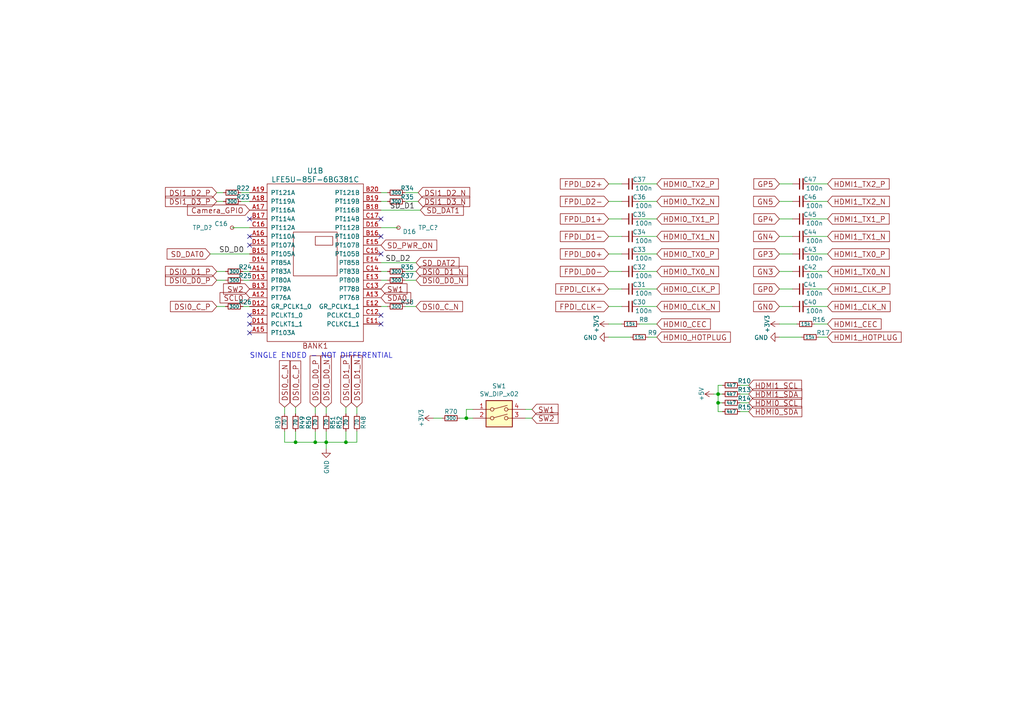
<source format=kicad_sch>
(kicad_sch (version 20231120) (generator "eeschema") (generator_version "8.0")
  (paper "A4")
  (title_block (title "${project_name}") (date "2025-03-12") (rev "${project_version}") (company "${project_creator}") (comment 1 "General Purpose Differential Interface") (comment 2 "License: ${project_license}"))
  (junction (at 91.44 128.27))
  (junction (at 94.615 128.27))
  (junction (at 135.255 121.285))
  (junction (at 100.33 128.27))
  (junction (at 208.28 114.3))
  (junction (at 208.28 116.84))
  (junction (at 85.725 128.27))
  (no_connect (at 72.39 93.98))
  (no_connect (at 110.49 63.5))
  (no_connect (at 72.39 96.52))
  (no_connect (at 110.49 91.44))
  (no_connect (at 110.49 93.98))
  (no_connect (at 72.39 63.5))
  (no_connect (at 72.39 71.12))
  (no_connect (at 72.39 91.44))
  (no_connect (at 110.49 73.66))
  (no_connect (at 72.39 68.58))
  (no_connect (at 110.49 68.58))
  (wire (pts (xy 110.49 55.88) (xy 112.395 55.88)))
  (wire (pts (xy 208.28 116.84) (xy 209.55 116.84)))
  (wire (pts (xy 121.285 58.42) (xy 117.475 58.42)))
  (wire (pts (xy 240.03 58.42) (xy 234.95 58.42)))
  (wire (pts (xy 208.28 119.38) (xy 209.55 119.38)))
  (wire (pts (xy 226.06 83.82) (xy 229.87 83.82)))
  (wire (pts (xy 91.44 125.095) (xy 91.44 128.27)))
  (wire (pts (xy 110.49 81.28) (xy 112.395 81.28)))
  (wire (pts (xy 60.96 73.66) (xy 72.39 73.66)))
  (wire (pts (xy 125.73 121.285) (xy 128.27 121.285)))
  (wire (pts (xy 190.5 68.58) (xy 185.42 68.58)))
  (wire (pts (xy 110.49 88.9) (xy 112.395 88.9)))
  (wire (pts (xy 85.725 125.095) (xy 85.725 128.27)))
  (wire (pts (xy 185.42 83.82) (xy 190.5 83.82)))
  (wire (pts (xy 234.95 73.66) (xy 240.03 73.66)))
  (wire (pts (xy 207.01 114.3) (xy 208.28 114.3)))
  (wire (pts (xy 214.63 114.3) (xy 217.17 114.3)))
  (wire (pts (xy 229.87 78.74) (xy 226.06 78.74)))
  (wire (pts (xy 103.505 118.11) (xy 103.505 120.015)))
  (wire (pts (xy 190.5 58.42) (xy 185.42 58.42)))
  (wire (pts (xy 176.53 93.98) (xy 180.34 93.98)))
  (wire (pts (xy 154.305 121.285) (xy 152.4 121.285)))
  (wire (pts (xy 176.53 83.82) (xy 180.34 83.82)))
  (wire (pts (xy 62.865 55.88) (xy 64.77 55.88)))
  (wire (pts (xy 190.5 97.79) (xy 187.96 97.79)))
  (wire (pts (xy 67.31 66.04) (xy 72.39 66.04)))
  (wire (pts (xy 117.475 88.9) (xy 120.65 88.9)))
  (wire (pts (xy 226.06 53.34) (xy 229.87 53.34)))
  (wire (pts (xy 91.44 118.11) (xy 91.44 120.015)))
  (wire (pts (xy 234.95 83.82) (xy 240.03 83.82)))
  (wire (pts (xy 82.55 118.11) (xy 82.55 120.015)))
  (wire (pts (xy 103.505 128.27) (xy 103.505 125.095)))
  (wire (pts (xy 208.28 111.76) (xy 208.28 114.3)))
  (wire (pts (xy 176.53 63.5) (xy 180.34 63.5)))
  (wire (pts (xy 152.4 118.745) (xy 154.305 118.745)))
  (wire (pts (xy 135.255 121.285) (xy 137.16 121.285)))
  (wire (pts (xy 240.03 88.9) (xy 234.95 88.9)))
  (wire (pts (xy 82.55 128.27) (xy 85.725 128.27)))
  (wire (pts (xy 94.615 130.175) (xy 94.615 128.27)))
  (wire (pts (xy 214.63 119.38) (xy 217.17 119.38)))
  (wire (pts (xy 176.53 97.79) (xy 182.88 97.79)))
  (wire (pts (xy 185.42 63.5) (xy 190.5 63.5)))
  (wire (pts (xy 100.33 125.095) (xy 100.33 128.27)))
  (wire (pts (xy 240.03 93.98) (xy 236.22 93.98)))
  (wire (pts (xy 117.475 78.74) (xy 120.65 78.74)))
  (wire (pts (xy 110.49 58.42) (xy 112.395 58.42)))
  (wire (pts (xy 117.475 55.88) (xy 121.285 55.88)))
  (wire (pts (xy 100.33 128.27) (xy 103.505 128.27)))
  (wire (pts (xy 133.35 121.285) (xy 135.255 121.285)))
  (wire (pts (xy 180.34 58.42) (xy 176.53 58.42)))
  (wire (pts (xy 226.06 73.66) (xy 229.87 73.66)))
  (wire (pts (xy 185.42 73.66) (xy 190.5 73.66)))
  (wire (pts (xy 62.865 78.74) (xy 65.405 78.74)))
  (wire (pts (xy 240.03 78.74) (xy 234.95 78.74)))
  (wire (pts (xy 137.16 118.745) (xy 135.255 118.745)))
  (wire (pts (xy 209.55 111.76) (xy 208.28 111.76)))
  (wire (pts (xy 176.53 88.9) (xy 180.34 88.9)))
  (wire (pts (xy 214.63 111.76) (xy 217.17 111.76)))
  (wire (pts (xy 226.06 97.79) (xy 232.41 97.79)))
  (wire (pts (xy 82.55 125.095) (xy 82.55 128.27)))
  (wire (pts (xy 208.28 114.3) (xy 209.55 114.3)))
  (wire (pts (xy 94.615 125.095) (xy 94.615 128.27)))
  (wire (pts (xy 120.65 81.28) (xy 117.475 81.28)))
  (wire (pts (xy 110.49 78.74) (xy 112.395 78.74)))
  (wire (pts (xy 121.92 60.96) (xy 110.49 60.96)))
  (wire (pts (xy 185.42 93.98) (xy 190.5 93.98)))
  (wire (pts (xy 62.865 81.28) (xy 65.405 81.28)))
  (wire (pts (xy 62.865 58.42) (xy 64.77 58.42)))
  (wire (pts (xy 69.85 58.42) (xy 72.39 58.42)))
  (wire (pts (xy 70.485 88.9) (xy 72.39 88.9)))
  (wire (pts (xy 115.57 66.04) (xy 110.49 66.04)))
  (wire (pts (xy 70.485 81.28) (xy 72.39 81.28)))
  (wire (pts (xy 217.17 116.84) (xy 214.63 116.84)))
  (wire (pts (xy 100.33 118.11) (xy 100.33 120.015)))
  (wire (pts (xy 190.5 78.74) (xy 185.42 78.74)))
  (wire (pts (xy 226.06 63.5) (xy 229.87 63.5)))
  (wire (pts (xy 135.255 118.745) (xy 135.255 121.285)))
  (wire (pts (xy 69.85 55.88) (xy 72.39 55.88)))
  (wire (pts (xy 120.65 76.2) (xy 110.49 76.2)))
  (wire (pts (xy 229.87 68.58) (xy 226.06 68.58)))
  (wire (pts (xy 176.53 73.66) (xy 180.34 73.66)))
  (wire (pts (xy 94.615 128.27) (xy 100.33 128.27)))
  (wire (pts (xy 229.87 58.42) (xy 226.06 58.42)))
  (wire (pts (xy 185.42 53.34) (xy 190.5 53.34)))
  (wire (pts (xy 180.34 68.58) (xy 176.53 68.58)))
  (wire (pts (xy 240.03 68.58) (xy 234.95 68.58)))
  (wire (pts (xy 208.28 114.3) (xy 208.28 116.84)))
  (wire (pts (xy 226.06 88.9) (xy 229.87 88.9)))
  (wire (pts (xy 208.28 116.84) (xy 208.28 119.38)))
  (wire (pts (xy 237.49 97.79) (xy 240.03 97.79)))
  (wire (pts (xy 190.5 88.9) (xy 185.42 88.9)))
  (wire (pts (xy 65.405 88.9) (xy 62.865 88.9)))
  (wire (pts (xy 91.44 128.27) (xy 94.615 128.27)))
  (wire (pts (xy 231.14 93.98) (xy 226.06 93.98)))
  (wire (pts (xy 234.95 63.5) (xy 240.03 63.5)))
  (wire (pts (xy 234.95 53.34) (xy 240.03 53.34)))
  (wire (pts (xy 85.725 128.27) (xy 91.44 128.27)))
  (wire (pts (xy 180.34 78.74) (xy 176.53 78.74)))
  (wire (pts (xy 176.53 53.34) (xy 180.34 53.34)))
  (wire (pts (xy 94.615 118.11) (xy 94.615 120.015)))
  (wire (pts (xy 85.725 118.11) (xy 85.725 120.015)))
  (wire (pts (xy 70.485 78.74) (xy 72.39 78.74)))
  (text "SINGLE ENDED - NOT DIFFERENTIAL" (at 72.39 104.14 0) (effects (font (size 1.524 1.524)) (justify left bottom)))
  (label "SD_D1" (at 113.03 60.96 0) (effects (font (size 1.524 1.524))))
  (label "SD_D2" (at 111.76 76.2 0) (effects (font (size 1.524 1.524))))
  (label "SD_D0" (at 63.5 73.66 0) (effects (font (size 1.524 1.524))))
  (global_label "SW2" (shape input) (at 72.39 83.82 180) (effects (font (size 1.524 1.524))) (property "Intersheetrefs" "${INTERSHEET_REFS}" (effects (hide yes))))
  (global_label "GP0" (shape input) (at 226.06 83.82 180) (effects (font (size 1.524 1.524))) (property "Intersheetrefs" "${INTERSHEET_REFS}" (effects (hide yes))))
  (global_label "GN5" (shape input) (at 226.06 58.42 180) (effects (font (size 1.524 1.524))) (property "Intersheetrefs" "${INTERSHEET_REFS}" (effects (hide yes))))
  (global_label "HDMI0_TX0_N" (shape input) (at 190.5 78.74 0) (effects (font (size 1.524 1.524))) (property "Intersheetrefs" "${INTERSHEET_REFS}" (effects (hide yes))))
  (global_label "HDMI1_TX1_N" (shape input) (at 240.03 68.58 0) (effects (font (size 1.524 1.524))) (property "Intersheetrefs" "${INTERSHEET_REFS}" (effects (hide yes))))
  (global_label "GP4" (shape input) (at 226.06 63.5 180) (effects (font (size 1.524 1.524))) (property "Intersheetrefs" "${INTERSHEET_REFS}" (effects (hide yes))))
  (global_label "FPDI_D2+" (shape input) (at 176.53 53.34 180) (effects (font (size 1.524 1.524))) (property "Intersheetrefs" "${INTERSHEET_REFS}" (effects (hide yes))))
  (global_label "Camera_GPIO" (shape input) (at 72.39 60.96 180) (effects (font (size 1.524 1.524))) (property "Intersheetrefs" "${INTERSHEET_REFS}" (effects (hide yes))))
  (global_label "HDMI0_TX1_N" (shape input) (at 190.5 68.58 0) (effects (font (size 1.524 1.524))) (property "Intersheetrefs" "${INTERSHEET_REFS}" (effects (hide yes))))
  (global_label "GN0" (shape input) (at 226.06 88.9 180) (effects (font (size 1.524 1.524))) (property "Intersheetrefs" "${INTERSHEET_REFS}" (effects (hide yes))))
  (global_label "SD_DAT0" (shape input) (at 60.96 73.66 180) (effects (font (size 1.524 1.524))) (property "Intersheetrefs" "${INTERSHEET_REFS}" (effects (hide yes))))
  (global_label "FPDI_D0-" (shape input) (at 176.53 78.74 180) (effects (font (size 1.524 1.524))) (property "Intersheetrefs" "${INTERSHEET_REFS}" (effects (hide yes))))
  (global_label "HDMI1_TX2_N" (shape input) (at 240.03 58.42 0) (effects (font (size 1.524 1.524))) (property "Intersheetrefs" "${INTERSHEET_REFS}" (effects (hide yes))))
  (global_label "FPDI_D0+" (shape input) (at 176.53 73.66 180) (effects (font (size 1.524 1.524))) (property "Intersheetrefs" "${INTERSHEET_REFS}" (effects (hide yes))))
  (global_label "HDMI1_TX0_P" (shape input) (at 240.03 73.66 0) (effects (font (size 1.524 1.524))) (property "Intersheetrefs" "${INTERSHEET_REFS}" (effects (hide yes))))
  (global_label "DSI0_C_N" (shape input) (at 120.65 88.9 0) (effects (font (size 1.524 1.524))) (property "Intersheetrefs" "${INTERSHEET_REFS}" (effects (hide yes))))
  (global_label "DSI1_D2_P" (shape input) (at 62.865 55.88 180) (effects (font (size 1.524 1.524))) (property "Intersheetrefs" "${INTERSHEET_REFS}" (effects (hide yes))))
  (global_label "DSI1_D3_P" (shape input) (at 62.865 58.42 180) (effects (font (size 1.524 1.524))) (property "Intersheetrefs" "${INTERSHEET_REFS}" (effects (hide yes))))
  (global_label "HDMI1_CLK_N" (shape input) (at 240.03 88.9 0) (effects (font (size 1.524 1.524))) (property "Intersheetrefs" "${INTERSHEET_REFS}" (effects (hide yes))))
  (global_label "HDMI0_TX2_P" (shape input) (at 190.5 53.34 0) (effects (font (size 1.524 1.524))) (property "Intersheetrefs" "${INTERSHEET_REFS}" (effects (hide yes))))
  (global_label "HDMI1_TX0_N" (shape input) (at 240.03 78.74 0) (effects (font (size 1.524 1.524))) (property "Intersheetrefs" "${INTERSHEET_REFS}" (effects (hide yes))))
  (global_label "DSI0_D1_P" (shape input) (at 62.865 78.74 180) (effects (font (size 1.524 1.524))) (property "Intersheetrefs" "${INTERSHEET_REFS}" (effects (hide yes))))
  (global_label "DSI0_C_N" (shape input) (at 82.55 118.11 90) (effects (font (size 1.524 1.524))) (property "Intersheetrefs" "${INTERSHEET_REFS}" (effects (hide yes))))
  (global_label "FPDI_CLK-" (shape input) (at 176.53 88.9 180) (effects (font (size 1.524 1.524))) (property "Intersheetrefs" "${INTERSHEET_REFS}" (effects (hide yes))))
  (global_label "SDA0" (shape input) (at 110.49 86.36 0) (effects (font (size 1.524 1.524))) (property "Intersheetrefs" "${INTERSHEET_REFS}" (effects (hide yes))))
  (global_label "FPDI_D1+" (shape input) (at 176.53 63.5 180) (effects (font (size 1.524 1.524))) (property "Intersheetrefs" "${INTERSHEET_REFS}" (effects (hide yes))))
  (global_label "DSI0_D1_N" (shape input) (at 103.505 118.11 90) (effects (font (size 1.524 1.524))) (property "Intersheetrefs" "${INTERSHEET_REFS}" (effects (hide yes))))
  (global_label "DSI0_C_P" (shape input) (at 85.725 118.11 90) (effects (font (size 1.524 1.524))) (property "Intersheetrefs" "${INTERSHEET_REFS}" (effects (hide yes))))
  (global_label "HDMI0_CLK_P" (shape input) (at 190.5 83.82 0) (effects (font (size 1.524 1.524))) (property "Intersheetrefs" "${INTERSHEET_REFS}" (effects (hide yes))))
  (global_label "HDMI0_SCL" (shape input) (at 217.17 116.84 0) (effects (font (size 1.524 1.524))) (property "Intersheetrefs" "${INTERSHEET_REFS}" (effects (hide yes))))
  (global_label "HDMI0_TX2_N" (shape input) (at 190.5 58.42 0) (effects (font (size 1.524 1.524))) (property "Intersheetrefs" "${INTERSHEET_REFS}" (effects (hide yes))))
  (global_label "HDMI0_CEC" (shape input) (at 190.5 93.98 0) (effects (font (size 1.524 1.524))) (property "Intersheetrefs" "${INTERSHEET_REFS}" (effects (hide yes))))
  (global_label "FPDI_CLK+" (shape input) (at 176.53 83.82 180) (effects (font (size 1.524 1.524))) (property "Intersheetrefs" "${INTERSHEET_REFS}" (effects (hide yes))))
  (global_label "HDMI1_TX1_P" (shape input) (at 240.03 63.5 0) (effects (font (size 1.524 1.524))) (property "Intersheetrefs" "${INTERSHEET_REFS}" (effects (hide yes))))
  (global_label "HDMI0_HOTPLUG" (shape input) (at 190.5 97.79 0) (effects (font (size 1.524 1.524))) (property "Intersheetrefs" "${INTERSHEET_REFS}" (effects (hide yes))))
  (global_label "SW2" (shape input) (at 154.305 121.285 0) (effects (font (size 1.524 1.524))) (property "Intersheetrefs" "${INTERSHEET_REFS}" (effects (hide yes))))
  (global_label "SD_DAT2" (shape input) (at 120.65 76.2 0) (effects (font (size 1.524 1.524))) (property "Intersheetrefs" "${INTERSHEET_REFS}" (effects (hide yes))))
  (global_label "DSI0_D0_P" (shape input) (at 62.865 81.28 180) (effects (font (size 1.524 1.524))) (property "Intersheetrefs" "${INTERSHEET_REFS}" (effects (hide yes))))
  (global_label "HDMI0_TX0_P" (shape input) (at 190.5 73.66 0) (effects (font (size 1.524 1.524))) (property "Intersheetrefs" "${INTERSHEET_REFS}" (effects (hide yes))))
  (global_label "HDMI1_SCL" (shape input) (at 217.17 111.76 0) (effects (font (size 1.524 1.524))) (property "Intersheetrefs" "${INTERSHEET_REFS}" (effects (hide yes))))
  (global_label "DSI0_D1_P" (shape input) (at 100.33 118.11 90) (effects (font (size 1.524 1.524))) (property "Intersheetrefs" "${INTERSHEET_REFS}" (effects (hide yes))))
  (global_label "DSI0_D0_N" (shape input) (at 94.615 118.11 90) (effects (font (size 1.524 1.524))) (property "Intersheetrefs" "${INTERSHEET_REFS}" (effects (hide yes))))
  (global_label "DSI1_D2_N" (shape input) (at 121.285 55.88 0) (effects (font (size 1.524 1.524))) (property "Intersheetrefs" "${INTERSHEET_REFS}" (effects (hide yes))))
  (global_label "SD_DAT1" (shape input) (at 121.92 60.96 0) (effects (font (size 1.524 1.524))) (property "Intersheetrefs" "${INTERSHEET_REFS}" (effects (hide yes))))
  (global_label "HDMI1_HOTPLUG" (shape input) (at 240.03 97.79 0) (effects (font (size 1.524 1.524))) (property "Intersheetrefs" "${INTERSHEET_REFS}" (effects (hide yes))))
  (global_label "GN3" (shape input) (at 226.06 78.74 180) (effects (font (size 1.524 1.524))) (property "Intersheetrefs" "${INTERSHEET_REFS}" (effects (hide yes))))
  (global_label "SD_PWR_ON" (shape input) (at 110.49 71.12 0) (effects (font (size 1.524 1.524))) (property "Intersheetrefs" "${INTERSHEET_REFS}" (effects (hide yes))))
  (global_label "GP3" (shape input) (at 226.06 73.66 180) (effects (font (size 1.524 1.524))) (property "Intersheetrefs" "${INTERSHEET_REFS}" (effects (hide yes))))
  (global_label "SW1" (shape input) (at 154.305 118.745 0) (effects (font (size 1.524 1.524))) (property "Intersheetrefs" "${INTERSHEET_REFS}" (effects (hide yes))))
  (global_label "HDMI1_CEC" (shape input) (at 240.03 93.98 0) (effects (font (size 1.524 1.524))) (property "Intersheetrefs" "${INTERSHEET_REFS}" (effects (hide yes))))
  (global_label "HDMI1_CLK_P" (shape input) (at 240.03 83.82 0) (effects (font (size 1.524 1.524))) (property "Intersheetrefs" "${INTERSHEET_REFS}" (effects (hide yes))))
  (global_label "DSI0_D0_P" (shape input) (at 91.44 118.11 90) (effects (font (size 1.524 1.524))) (property "Intersheetrefs" "${INTERSHEET_REFS}" (effects (hide yes))))
  (global_label "FPDI_D2-" (shape input) (at 176.53 58.42 180) (effects (font (size 1.524 1.524))) (property "Intersheetrefs" "${INTERSHEET_REFS}" (effects (hide yes))))
  (global_label "GP5" (shape input) (at 226.06 53.34 180) (effects (font (size 1.524 1.524))) (property "Intersheetrefs" "${INTERSHEET_REFS}" (effects (hide yes))))
  (global_label "GN4" (shape input) (at 226.06 68.58 180) (effects (font (size 1.524 1.524))) (property "Intersheetrefs" "${INTERSHEET_REFS}" (effects (hide yes))))
  (global_label "FPDI_D1-" (shape input) (at 176.53 68.58 180) (effects (font (size 1.524 1.524))) (property "Intersheetrefs" "${INTERSHEET_REFS}" (effects (hide yes))))
  (global_label "DSI0_C_P" (shape input) (at 62.865 88.9 180) (effects (font (size 1.524 1.524))) (property "Intersheetrefs" "${INTERSHEET_REFS}" (effects (hide yes))))
  (global_label "DSI0_D1_N" (shape input) (at 120.65 78.74 0) (effects (font (size 1.524 1.524))) (property "Intersheetrefs" "${INTERSHEET_REFS}" (effects (hide yes))))
  (global_label "DSI1_D3_N" (shape input) (at 121.285 58.42 0) (effects (font (size 1.524 1.524))) (property "Intersheetrefs" "${INTERSHEET_REFS}" (effects (hide yes))))
  (global_label "SW1" (shape input) (at 110.49 83.82 0) (effects (font (size 1.524 1.524))) (property "Intersheetrefs" "${INTERSHEET_REFS}" (effects (hide yes))))
  (global_label "HDMI1_SDA" (shape input) (at 217.17 114.3 0) (effects (font (size 1.524 1.524))) (property "Intersheetrefs" "${INTERSHEET_REFS}" (effects (hide yes))))
  (global_label "HDMI0_SDA" (shape input) (at 217.17 119.38 0) (effects (font (size 1.524 1.524))) (property "Intersheetrefs" "${INTERSHEET_REFS}" (effects (hide yes))))
  (global_label "SCL0" (shape input) (at 72.39 86.36 180) (effects (font (size 1.524 1.524))) (property "Intersheetrefs" "${INTERSHEET_REFS}" (effects (hide yes))))
  (global_label "HDMI0_TX1_P" (shape input) (at 190.5 63.5 0) (effects (font (size 1.524 1.524))) (property "Intersheetrefs" "${INTERSHEET_REFS}" (effects (hide yes))))
  (global_label "HDMI0_CLK_N" (shape input) (at 190.5 88.9 0) (effects (font (size 1.524 1.524))) (property "Intersheetrefs" "${INTERSHEET_REFS}" (effects (hide yes))))
  (global_label "DSI0_D0_N" (shape input) (at 120.65 81.28 0) (effects (font (size 1.524 1.524))) (property "Intersheetrefs" "${INTERSHEET_REFS}" (effects (hide yes))))
  (global_label "HDMI1_TX2_P" (shape input) (at 240.03 53.34 0) (effects (font (size 1.524 1.524))) (property "Intersheetrefs" "${INTERSHEET_REFS}" (effects (hide yes))))
  (symbol (lib_id "lfe5bg381:LFE5UM-85F-6BG381C") (at 91.44 73.66 0) (unit 2)
    (property "Reference" "U1" (at 91.44 49.53 0) (effects (font (size 1.524 1.524))))
    (property "Value" "LFE5U-85F-6BG381C" (at 91.44 52.07 0) (effects (font (size 1.524 1.524))))
    (property "Footprint" "lfe5bg381:BGA-381_pitch0.8mm_dia0.4mm" (effects (hide yes)))
    (property "Datasheet" "http://www.latticesemi.com/~/media/LatticeSemi/Documents/DataSheets/ECP5/FPGA-DS-02012.pdf" (effects (hide yes)))
    (property "MPN" "LFE5U-85F-6BG381C" (effects (hide yes)))
    (property "Mouser_URL" "www.mouser.com" (effects (hide yes)))
  )
  (symbol (lib_id "Device:C_Small") (at 182.88 53.34 90) (unit 1)
    (property "Reference" "C37" (at 185.42 52.07 90))
    (property "Value" "100n" (at 186.69 54.61 90))
    (property "Footprint" "Capacitor_SMD:C_0402_1005Metric" (effects (hide yes)))
  )
  (symbol (lib_id "Device:C_Small") (at 182.88 58.42 90) (unit 1)
    (property "Reference" "C36" (at 185.42 57.15 90))
    (property "Value" "100n" (at 186.69 59.69 90))
    (property "Footprint" "Capacitor_SMD:C_0402_1005Metric" (effects (hide yes)))
  )
  (symbol (lib_id "Device:C_Small") (at 182.88 63.5 90) (unit 1)
    (property "Reference" "C35" (at 185.42 62.23 90))
    (property "Value" "100n" (at 186.69 64.77 90))
    (property "Footprint" "Capacitor_SMD:C_0402_1005Metric" (effects (hide yes)))
  )
  (symbol (lib_id "Device:C_Small") (at 182.88 68.58 90) (unit 1)
    (property "Reference" "C34" (at 185.42 67.31 90))
    (property "Value" "100n" (at 186.69 69.85 90))
    (property "Footprint" "Capacitor_SMD:C_0402_1005Metric" (effects (hide yes)))
  )
  (symbol (lib_id "Device:C_Small") (at 182.88 73.66 90) (unit 1)
    (property "Reference" "C33" (at 185.42 72.39 90))
    (property "Value" "100n" (at 186.69 74.93 90))
    (property "Footprint" "Capacitor_SMD:C_0402_1005Metric" (effects (hide yes)))
  )
  (symbol (lib_id "Device:C_Small") (at 182.88 78.74 90) (unit 1)
    (property "Reference" "C32" (at 185.42 77.47 90))
    (property "Value" "100n" (at 186.69 80.01 90))
    (property "Footprint" "Capacitor_SMD:C_0402_1005Metric" (effects (hide yes)))
  )
  (symbol (lib_id "Device:C_Small") (at 182.88 83.82 90) (unit 1)
    (property "Reference" "C31" (at 185.42 82.55 90))
    (property "Value" "100n" (at 186.69 85.09 90))
    (property "Footprint" "Capacitor_SMD:C_0402_1005Metric" (effects (hide yes)))
  )
  (symbol (lib_id "Device:C_Small") (at 182.88 88.9 90) (unit 1)
    (property "Reference" "C30" (at 185.42 87.63 90))
    (property "Value" "100n" (at 186.69 90.17 90))
    (property "Footprint" "Capacitor_SMD:C_0402_1005Metric" (effects (hide yes)))
  )
  (symbol (lib_id "Device:C_Small") (at 232.41 53.34 90) (unit 1)
    (property "Reference" "C47" (at 234.95 52.07 90))
    (property "Value" "100n" (at 236.22 54.61 90))
    (property "Footprint" "Capacitor_SMD:C_0402_1005Metric" (effects (hide yes)))
  )
  (symbol (lib_id "Device:C_Small") (at 232.41 58.42 90) (unit 1)
    (property "Reference" "C46" (at 234.95 57.15 90))
    (property "Value" "100n" (at 236.22 59.69 90))
    (property "Footprint" "Capacitor_SMD:C_0402_1005Metric" (effects (hide yes)))
  )
  (symbol (lib_id "Device:C_Small") (at 232.41 63.5 90) (unit 1)
    (property "Reference" "C45" (at 234.95 62.23 90))
    (property "Value" "100n" (at 236.22 64.77 90))
    (property "Footprint" "Capacitor_SMD:C_0402_1005Metric" (effects (hide yes)))
  )
  (symbol (lib_id "Device:C_Small") (at 232.41 68.58 90) (unit 1)
    (property "Reference" "C44" (at 234.95 67.31 90))
    (property "Value" "100n" (at 236.22 69.85 90))
    (property "Footprint" "Capacitor_SMD:C_0402_1005Metric" (effects (hide yes)))
  )
  (symbol (lib_id "Device:C_Small") (at 232.41 73.66 90) (unit 1)
    (property "Reference" "C43" (at 234.95 72.39 90))
    (property "Value" "100n" (at 236.22 74.93 90))
    (property "Footprint" "Capacitor_SMD:C_0402_1005Metric" (effects (hide yes)))
  )
  (symbol (lib_id "Device:C_Small") (at 232.41 78.74 90) (unit 1)
    (property "Reference" "C42" (at 234.95 77.47 90))
    (property "Value" "100n" (at 236.22 80.01 90))
    (property "Footprint" "Capacitor_SMD:C_0402_1005Metric" (effects (hide yes)))
  )
  (symbol (lib_id "Device:C_Small") (at 232.41 83.82 90) (unit 1)
    (property "Reference" "C41" (at 234.95 82.55 90))
    (property "Value" "100n" (at 236.22 85.09 90))
    (property "Footprint" "Capacitor_SMD:C_0402_1005Metric" (effects (hide yes)))
  )
  (symbol (lib_id "Device:C_Small") (at 232.41 88.9 90) (unit 1)
    (property "Reference" "C40" (at 234.95 87.63 90))
    (property "Value" "100n" (at 236.22 90.17 90))
    (property "Footprint" "Capacitor_SMD:C_0402_1005Metric" (effects (hide yes)))
  )
  (symbol (lib_id "Device:R_Small") (at 182.88 93.98 90) (unit 1)
    (property "Reference" "R8" (at 186.69 92.71 90))
    (property "Value" "15k" (at 182.88 93.98 90) (effects (font (size 0.9906 0.9906))))
    (property "Footprint" "Resistor_SMD:R_0402_1005Metric" (effects (hide yes)))
    (instances (project "" (path "" (reference "R8") (unit 1)) (path "" (reference "R?") (unit 1))))
  )
  (symbol (lib_id "Device:R_Small") (at 185.42 97.79 90) (unit 1)
    (property "Reference" "R9" (at 189.23 96.52 90))
    (property "Value" "15k" (at 185.42 97.79 90) (effects (font (size 0.9906 0.9906))))
    (property "Footprint" "Resistor_SMD:R_0402_1005Metric" (effects (hide yes)))
    (instances (project "" (path "" (reference "R9") (unit 1)) (path "" (reference "R?") (unit 1))))
  )
  (symbol (lib_id "ulx4m-rescue:GND-power") (at 226.06 97.79 270) (unit 1)
    (property "Reference" "#PWR0101" (effects (hide yes)))
    (property "Value" "GND" (at 222.8088 97.917 90) (effects (justify right)))
  )
  (symbol (lib_id "Device:R_Small") (at 233.68 93.98 90) (unit 1)
    (property "Reference" "R16" (at 237.49 92.71 90))
    (property "Value" "15k" (at 233.68 93.98 90) (effects (font (size 0.9906 0.9906))))
    (property "Footprint" "Resistor_SMD:R_0402_1005Metric" (effects (hide yes)))
    (instances (project "" (path "" (reference "R16") (unit 1)) (path "" (reference "R?") (unit 1))))
  )
  (symbol (lib_id "Device:R_Small") (at 234.95 97.79 90) (unit 1)
    (property "Reference" "R17" (at 238.76 96.52 90))
    (property "Value" "15k" (at 234.95 97.79 90) (effects (font (size 0.9906 0.9906))))
    (property "Footprint" "Resistor_SMD:R_0402_1005Metric" (effects (hide yes)))
    (instances (project "" (path "" (reference "R17") (unit 1)) (path "" (reference "R?") (unit 1))))
  )
  (symbol (lib_id "ulx4m-rescue:GND-power") (at 176.53 97.79 270) (unit 1)
    (property "Reference" "#PWR0102" (effects (hide yes)))
    (property "Value" "GND" (at 173.2788 97.917 90) (effects (justify right)))
  )
  (symbol (lib_id "ulx4m-rescue:+3V3-power") (at 176.53 93.98 90) (unit 1)
    (property "Reference" "#PWR?" (effects (hide yes)))
    (property "Value" "+3V3" (at 172.974 93.98 0))
    (instances (project "" (path "" (reference "#PWR?") (unit 1)) (path "" (reference "#PWR0103") (unit 1))))
  )
  (symbol (lib_id "ulx4m-rescue:+3V3-power") (at 226.06 93.98 90) (unit 1)
    (property "Reference" "#PWR?" (effects (hide yes)))
    (property "Value" "+3V3" (at 222.504 93.98 0))
    (instances (project "" (path "" (reference "#PWR?") (unit 1)) (path "" (reference "#PWR0104") (unit 1))))
  )
  (symbol (lib_id "Device:R_Small") (at 212.09 111.76 90) (unit 1)
    (property "Reference" "R10" (at 215.9 110.49 90))
    (property "Value" "4k7" (at 212.09 111.76 90) (effects (font (size 0.9906 0.9906))))
    (property "Footprint" "Resistor_SMD:R_0402_1005Metric" (effects (hide yes)))
    (instances (project "" (path "" (reference "R10") (unit 1)) (path "" (reference "R?") (unit 1))))
  )
  (symbol (lib_id "Device:R_Small") (at 212.09 114.3 90) (unit 1)
    (property "Reference" "R13" (at 215.9 113.03 90))
    (property "Value" "4k7" (at 212.09 114.3 90) (effects (font (size 0.9906 0.9906))))
    (property "Footprint" "Resistor_SMD:R_0402_1005Metric" (effects (hide yes)))
    (instances (project "" (path "" (reference "R13") (unit 1)) (path "" (reference "R?") (unit 1))))
  )
  (symbol (lib_id "Device:R_Small") (at 212.09 116.84 90) (unit 1)
    (property "Reference" "R14" (at 215.9 115.57 90))
    (property "Value" "4k7" (at 212.09 116.84 90) (effects (font (size 0.9906 0.9906))))
    (property "Footprint" "Resistor_SMD:R_0402_1005Metric" (effects (hide yes)))
    (instances (project "" (path "" (reference "R14") (unit 1)) (path "" (reference "R?") (unit 1))))
  )
  (symbol (lib_id "Device:R_Small") (at 212.09 119.38 90) (unit 1)
    (property "Reference" "R15" (at 215.9 118.11 90))
    (property "Value" "4k7" (at 212.09 119.38 90) (effects (font (size 0.9906 0.9906))))
    (property "Footprint" "Resistor_SMD:R_0402_1005Metric" (effects (hide yes)))
    (instances (project "" (path "" (reference "R15") (unit 1)) (path "" (reference "R?") (unit 1))))
  )
  (symbol (lib_id "ulx4m-rescue:+5V-power") (at 207.01 114.3 90) (unit 1)
    (property "Reference" "#PWR?" (effects (hide yes)))
    (property "Value" "+5V" (at 203.454 114.3 0))
    (instances (project "" (path "" (reference "#PWR?") (unit 1)) (path "" (reference "#PWR0105") (unit 1))))
  )
  (symbol (lib_id "Connector:TestPoint_Small") (at 67.31 66.04 180) (unit 1)
    (property "Reference" "TP_D?" (at 61.595 66.04 0) (effects (justify left)))
    (property "Value" "C16" (at 66.0908 64.897 0) (effects (justify left)))
    (property "Footprint" "ecp5-dc-scm:Testpoint_smd_1mm" (effects (hide yes)))
    (instances (project "" (path "" (reference "TP_D?") (unit 1)) (path "" (reference "TP_C16") (unit 1))))
  )
  (symbol (lib_id "Connector:TestPoint_Small") (at 115.57 66.04 0) (unit 1)
    (property "Reference" "TP_C?" (at 121.285 66.04 0) (effects (justify left)))
    (property "Value" "D16" (at 116.7892 67.183 0) (effects (justify left)))
    (property "Footprint" "ecp5-dc-scm:Testpoint_smd_1mm" (effects (hide yes)))
    (instances (project "" (path "" (reference "TP_C?") (unit 1)) (path "" (reference "TP_D16") (unit 1))))
  )
  (symbol (lib_id "Device:R_Small") (at 67.31 55.88 90) (unit 1)
    (property "Reference" "R22" (at 70.485 54.61 90))
    (property "Value" "300" (at 67.31 55.88 90) (effects (font (size 0.9906 0.9906))))
    (property "Footprint" "Resistor_SMD:R_0402_1005Metric" (effects (hide yes)))
    (instances (project "" (path "" (reference "R22") (unit 1)) (path "" (reference "R?") (unit 1))))
  )
  (symbol (lib_id "Device:R_Small") (at 67.31 58.42 90) (unit 1)
    (property "Reference" "R23" (at 70.485 57.15 90))
    (property "Value" "300" (at 67.31 58.42 90) (effects (font (size 0.9906 0.9906))))
    (property "Footprint" "Resistor_SMD:R_0402_1005Metric" (effects (hide yes)))
    (instances (project "" (path "" (reference "R23") (unit 1)) (path "" (reference "R?") (unit 1))))
  )
  (symbol (lib_id "Device:R_Small") (at 67.945 78.74 90) (unit 1)
    (property "Reference" "R24" (at 71.12 77.47 90))
    (property "Value" "300" (at 67.945 78.74 90) (effects (font (size 0.9906 0.9906))))
    (property "Footprint" "Resistor_SMD:R_0402_1005Metric" (effects (hide yes)))
    (instances (project "" (path "" (reference "R24") (unit 1)) (path "" (reference "R?") (unit 1))))
  )
  (symbol (lib_id "Device:R_Small") (at 67.945 81.28 90) (unit 1)
    (property "Reference" "R25" (at 71.12 80.01 90))
    (property "Value" "300" (at 67.945 81.28 90) (effects (font (size 0.9906 0.9906))))
    (property "Footprint" "Resistor_SMD:R_0402_1005Metric" (effects (hide yes)))
    (instances (project "" (path "" (reference "R25") (unit 1)) (path "" (reference "R?") (unit 1))))
  )
  (symbol (lib_id "Device:R_Small") (at 67.945 88.9 90) (unit 1)
    (property "Reference" "R26" (at 71.12 87.63 90))
    (property "Value" "300" (at 67.945 88.9 90) (effects (font (size 0.9906 0.9906))))
    (property "Footprint" "Resistor_SMD:R_0402_1005Metric" (effects (hide yes)))
    (instances (project "" (path "" (reference "R26") (unit 1)) (path "" (reference "R?") (unit 1))))
  )
  (symbol (lib_id "Device:R_Small") (at 114.935 55.88 90) (unit 1)
    (property "Reference" "R34" (at 118.11 54.61 90))
    (property "Value" "300" (at 114.935 55.88 90) (effects (font (size 0.9906 0.9906))))
    (property "Footprint" "Resistor_SMD:R_0402_1005Metric" (effects (hide yes)))
    (instances (project "" (path "" (reference "R34") (unit 1)) (path "" (reference "R?") (unit 1))))
  )
  (symbol (lib_id "Device:R_Small") (at 114.935 58.42 90) (unit 1)
    (property "Reference" "R35" (at 118.11 57.15 90))
    (property "Value" "300" (at 114.935 58.42 90) (effects (font (size 0.9906 0.9906))))
    (property "Footprint" "Resistor_SMD:R_0402_1005Metric" (effects (hide yes)))
    (instances (project "" (path "" (reference "R35") (unit 1)) (path "" (reference "R?") (unit 1))))
  )
  (symbol (lib_id "Device:R_Small") (at 114.935 78.74 90) (unit 1)
    (property "Reference" "R36" (at 118.11 77.47 90))
    (property "Value" "300" (at 114.935 78.74 90) (effects (font (size 0.9906 0.9906))))
    (property "Footprint" "Resistor_SMD:R_0402_1005Metric" (effects (hide yes)))
    (instances (project "" (path "" (reference "R36") (unit 1)) (path "" (reference "R?") (unit 1))))
  )
  (symbol (lib_id "Device:R_Small") (at 114.935 81.28 90) (unit 1)
    (property "Reference" "R37" (at 118.11 80.01 90))
    (property "Value" "300" (at 114.935 81.28 90) (effects (font (size 0.9906 0.9906))))
    (property "Footprint" "Resistor_SMD:R_0402_1005Metric" (effects (hide yes)))
    (instances (project "" (path "" (reference "R37") (unit 1)) (path "" (reference "R?") (unit 1))))
  )
  (symbol (lib_id "Device:R_Small") (at 114.935 88.9 90) (unit 1)
    (property "Reference" "R38" (at 118.11 87.63 90))
    (property "Value" "300" (at 114.935 88.9 90) (effects (font (size 0.9906 0.9906))))
    (property "Footprint" "Resistor_SMD:R_0402_1005Metric" (effects (hide yes)))
    (instances (project "" (path "" (reference "R38") (unit 1)) (path "" (reference "R?") (unit 1))))
  )
  (symbol (lib_id "Device:R_Small") (at 82.55 122.555 0) (unit 1)
    (property "Reference" "R39" (at 80.645 122.555 90))
    (property "Value" "70" (at 82.55 122.555 90) (effects (font (size 0.9906 0.9906))))
    (property "Footprint" "Resistor_SMD:R_0402_1005Metric" (effects (hide yes)))
    (instances (project "" (path "" (reference "R39") (unit 1)) (path "" (reference "R?") (unit 1))))
  )
  (symbol (lib_id "Device:R_Small") (at 85.725 122.555 0) (unit 1)
    (property "Reference" "R49" (at 87.63 122.555 90))
    (property "Value" "70" (at 85.725 122.555 90) (effects (font (size 0.9906 0.9906))))
    (property "Footprint" "Resistor_SMD:R_0402_1005Metric" (effects (hide yes)))
    (instances (project "" (path "" (reference "R49") (unit 1)) (path "" (reference "R?") (unit 1))))
  )
  (symbol (lib_id "Device:R_Small") (at 91.44 122.555 0) (unit 1)
    (property "Reference" "R50" (at 89.535 122.555 90))
    (property "Value" "70" (at 91.44 122.555 90) (effects (font (size 0.9906 0.9906))))
    (property "Footprint" "Resistor_SMD:R_0402_1005Metric" (effects (hide yes)))
    (instances (project "" (path "" (reference "R50") (unit 1)) (path "" (reference "R?") (unit 1))))
  )
  (symbol (lib_id "Device:R_Small") (at 94.615 122.555 0) (unit 1)
    (property "Reference" "R51" (at 96.52 122.555 90))
    (property "Value" "70" (at 94.615 122.555 90) (effects (font (size 0.9906 0.9906))))
    (property "Footprint" "Resistor_SMD:R_0402_1005Metric" (effects (hide yes)))
    (instances (project "" (path "" (reference "R51") (unit 1)) (path "" (reference "R?") (unit 1))))
  )
  (symbol (lib_id "Device:R_Small") (at 100.33 122.555 0) (unit 1)
    (property "Reference" "R52" (at 98.425 122.555 90))
    (property "Value" "70" (at 100.33 122.555 90) (effects (font (size 0.9906 0.9906))))
    (property "Footprint" "Resistor_SMD:R_0402_1005Metric" (effects (hide yes)))
    (instances (project "" (path "" (reference "R52") (unit 1)) (path "" (reference "R?") (unit 1))))
  )
  (symbol (lib_id "Device:R_Small") (at 103.505 122.555 0) (unit 1)
    (property "Reference" "R48" (at 105.41 122.555 90))
    (property "Value" "70" (at 103.505 122.555 90) (effects (font (size 0.9906 0.9906))))
    (property "Footprint" "Resistor_SMD:R_0402_1005Metric" (effects (hide yes)))
    (instances (project "" (path "" (reference "R48") (unit 1)) (path "" (reference "R?") (unit 1))))
  )
  (symbol (lib_id "ulx4m-rescue:GND-power") (at 94.615 130.175 0) (unit 1)
    (property "Reference" "#PWR010" (effects (hide yes)))
    (property "Value" "GND" (at 94.742 133.4262 90) (effects (justify right)))
  )
  (symbol (lib_id "Switch:SW_DIP_x02") (at 144.78 121.285 0) (unit 1)
    (property "Reference" "SW1" (at 144.78 111.9632 0))
    (property "Value" "SW_DIP_x02" (at 144.78 114.2746 0))
    (property "Footprint" "Button_Switch_SMD:SW_DIP_SPSTx02_Slide_Copal_CVS-02xB_W5.9mm_P1mm" (effects (hide yes)))
  )
  (symbol (lib_id "ulx4m-rescue:+3V3-power") (at 125.73 121.285 90) (unit 1)
    (property "Reference" "#PWR?" (effects (hide yes)))
    (property "Value" "+3V3" (at 122.174 121.285 0))
    (instances (project "" (path "" (reference "#PWR?") (unit 1)) (path "" (reference "#PWR0145") (unit 1))))
  )
  (symbol (lib_id "Device:R_Small") (at 130.81 121.285 90) (unit 1)
    (property "Reference" "R70" (at 130.81 119.38 90))
    (property "Value" "300" (at 130.81 121.285 90) (effects (font (size 0.9906 0.9906))))
    (property "Footprint" "Resistor_SMD:R_0402_1005Metric" (effects (hide yes)))
    (instances (project "" (path "" (reference "R70") (unit 1)) (path "" (reference "R?") (unit 1))))
  )
)
</source>
